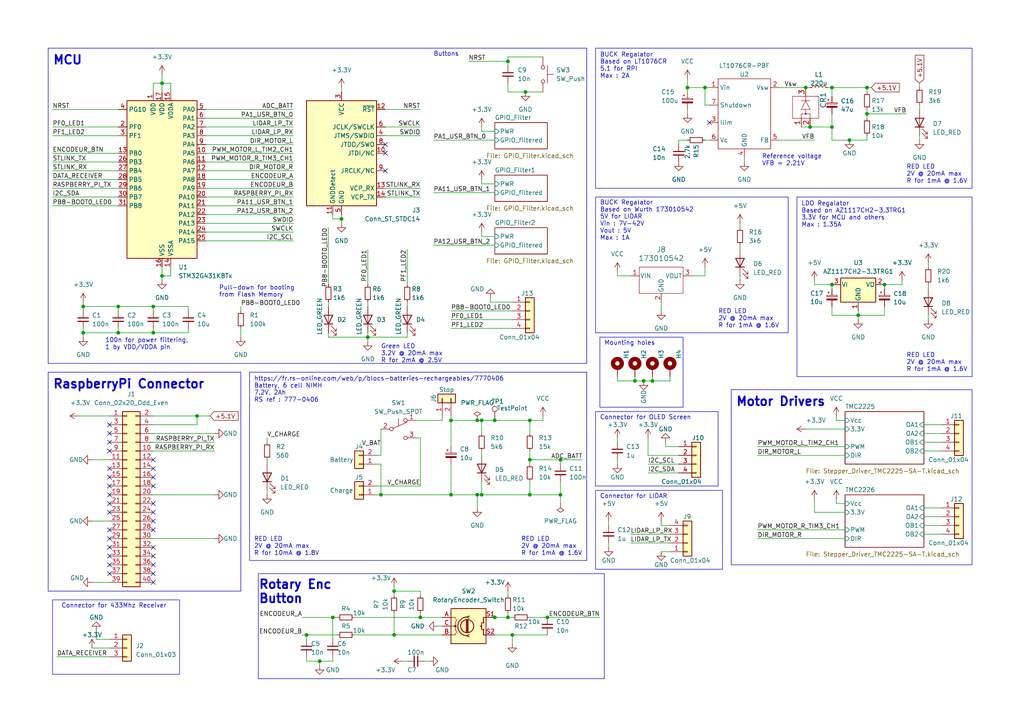
<source format=kicad_sch>
(kicad_sch (version 20230121) (generator eeschema)
  (paper "A4")
  (title_block (title "PAMI - CFR 2024") (date "2024-02-19") (rev "1"))
  (junction (at 199.39 25.4))
  (junction (at 138.43 121.92))
  (junction (at 139.7 143.51))
  (junction (at 99.06 63.5))
  (junction (at 189.23 110.49))
  (junction (at 130.81 143.51))
  (junction (at 158.75 179.07))
  (junction (at 162.56 133.35))
  (junction (at 96.52 179.07))
  (junction (at 92.71 191.77))
  (junction (at 246.38 40.64))
  (junction (at 234.95 36.83))
  (junction (at 143.51 179.07))
  (junction (at 251.46 25.4))
  (junction (at 241.3 25.4))
  (junction (at 153.67 121.92))
  (junction (at 152.4 26.67))
  (junction (at 57.15 120.65))
  (junction (at 241.3 36.83))
  (junction (at 186.69 110.49))
  (junction (at 114.3 184.15))
  (junction (at 241.3 82.55))
  (junction (at 139.7 121.92))
  (junction (at 34.29 96.52))
  (junction (at 24.13 96.52))
  (junction (at 204.47 25.4))
  (junction (at 121.92 179.07))
  (junction (at 147.32 17.78))
  (junction (at 46.99 80.01))
  (junction (at 130.81 121.92))
  (junction (at 110.49 143.51))
  (junction (at 256.54 82.55))
  (junction (at 44.45 88.9))
  (junction (at 248.92 91.44))
  (junction (at 153.67 143.51))
  (junction (at 233.68 25.4))
  (junction (at 44.45 96.52))
  (junction (at 114.3 171.45))
  (junction (at 153.67 133.35))
  (junction (at 184.15 110.49))
  (junction (at 143.51 121.92))
  (junction (at 148.59 184.15))
  (junction (at 162.56 143.51))
  (junction (at 147.32 179.07))
  (junction (at 46.99 24.13))
  (junction (at 88.9 184.15))
  (junction (at 251.46 33.02))
  (junction (at 138.43 143.51))
  (junction (at 106.68 97.79))
  (junction (at 34.29 88.9))
  (junction (at 24.13 88.9))
  (no_connect (at 31.75 156.21))
  (no_connect (at 31.75 166.37))
  (no_connect (at 44.45 148.59))
  (no_connect (at 31.75 125.73))
  (no_connect (at 44.45 168.91))
  (no_connect (at 31.75 123.19))
  (no_connect (at 31.75 153.67))
  (no_connect (at 44.45 133.35))
  (no_connect (at 31.75 140.97))
  (no_connect (at 44.45 135.89))
  (no_connect (at 205.74 35.56))
  (no_connect (at 111.76 44.45))
  (no_connect (at 44.45 161.29))
  (no_connect (at 31.75 146.05))
  (no_connect (at 44.45 138.43))
  (no_connect (at 31.75 148.59))
  (no_connect (at 44.45 158.75))
  (no_connect (at 31.75 163.83))
  (no_connect (at 31.75 161.29))
  (no_connect (at 31.75 130.81))
  (no_connect (at 44.45 151.13))
  (no_connect (at 31.75 158.75))
  (no_connect (at 44.45 163.83))
  (no_connect (at 31.75 135.89))
  (no_connect (at 44.45 146.05))
  (no_connect (at 31.75 138.43))
  (no_connect (at 44.45 166.37))
  (no_connect (at 111.76 49.53))
  (no_connect (at 111.76 41.91))
  (no_connect (at 31.75 143.51))
  (no_connect (at 31.75 128.27))
  (no_connect (at 44.45 153.67))
  (no_connect (at 44.45 140.97))
  (wire (pts (xy 176.53 157.48) (xy 176.53 158.75)))
  (wire (pts (xy 130.81 120.65) (xy 130.81 121.92)))
  (wire (pts (xy 15.24 59.69) (xy 34.29 59.69)))
  (wire (pts (xy 199.39 25.4) (xy 199.39 26.67)))
  (wire (pts (xy 242.57 120.65) (xy 242.57 121.92)))
  (wire (pts (xy 109.22 132.08) (xy 110.49 132.08)))
  (wire (pts (xy 147.32 179.07) (xy 148.59 179.07)))
  (wire (pts (xy 246.38 40.64) (xy 251.46 40.64)))
  (wire (pts (xy 182.88 154.94) (xy 194.31 154.94)))
  (wire (pts (xy 59.69 54.61) (xy 85.09 54.61)))
  (wire (pts (xy 24.13 96.52) (xy 34.29 96.52)))
  (wire (pts (xy 130.81 95.25) (xy 148.59 95.25)))
  (wire (pts (xy 130.81 121.92) (xy 138.43 121.92)))
  (wire (pts (xy 139.7 38.1) (xy 139.7 36.83)))
  (wire (pts (xy 194.31 110.49) (xy 189.23 110.49)))
  (wire (pts (xy 256.54 82.55) (xy 256.54 83.82)))
  (wire (pts (xy 59.69 46.99) (xy 85.09 46.99)))
  (wire (pts (xy 251.46 39.37) (xy 251.46 40.64)))
  (wire (pts (xy 191.77 160.02) (xy 194.31 160.02)))
  (wire (pts (xy 34.29 96.52) (xy 44.45 96.52)))
  (wire (pts (xy 46.99 80.01) (xy 46.99 81.28)))
  (wire (pts (xy 59.69 67.31) (xy 85.09 67.31)))
  (wire (pts (xy 153.67 139.7) (xy 153.67 143.51)))
  (wire (pts (xy 95.25 97.79) (xy 106.68 97.79)))
  (wire (pts (xy 69.85 95.25) (xy 69.85 97.79)))
  (wire (pts (xy 96.52 62.23) (xy 96.52 63.5)))
  (wire (pts (xy 77.47 143.51) (xy 77.47 142.24)))
  (wire (pts (xy 44.45 95.25) (xy 44.45 96.52)))
  (wire (pts (xy 251.46 33.02) (xy 251.46 34.29)))
  (wire (pts (xy 139.7 38.1) (xy 143.51 38.1)))
  (wire (pts (xy 34.29 88.9) (xy 44.45 88.9)))
  (wire (pts (xy 184.15 109.22) (xy 184.15 110.49)))
  (wire (pts (xy 204.47 77.47) (xy 204.47 80.01)))
  (wire (pts (xy 241.3 88.9) (xy 241.3 91.44)))
  (wire (pts (xy 118.11 72.39) (xy 118.11 82.55)))
  (wire (pts (xy 130.81 92.71) (xy 148.59 92.71)))
  (wire (pts (xy 179.07 110.49) (xy 184.15 110.49)))
  (wire (pts (xy 15.24 44.45) (xy 34.29 44.45)))
  (wire (pts (xy 199.39 31.75) (xy 199.39 33.02)))
  (wire (pts (xy 148.59 184.15) (xy 148.59 186.69)))
  (wire (pts (xy 114.3 184.15) (xy 128.27 184.15)))
  (wire (pts (xy 15.24 46.99) (xy 34.29 46.99)))
  (wire (pts (xy 139.7 143.51) (xy 139.7 139.7)))
  (wire (pts (xy 46.99 77.47) (xy 46.99 80.01)))
  (wire (pts (xy 242.57 146.05) (xy 245.11 146.05)))
  (wire (pts (xy 15.24 57.15) (xy 34.29 57.15)))
  (wire (pts (xy 114.3 177.8) (xy 114.3 184.15)))
  (wire (pts (xy 125.73 40.64) (xy 143.51 40.64)))
  (wire (pts (xy 215.9 45.72) (xy 215.9 46.99)))
  (wire (pts (xy 110.49 143.51) (xy 130.81 143.51)))
  (wire (pts (xy 121.92 177.8) (xy 121.92 179.07)))
  (wire (pts (xy 88.9 191.77) (xy 88.9 190.5)))
  (wire (pts (xy 96.52 179.07) (xy 96.52 185.42)))
  (wire (pts (xy 143.51 184.15) (xy 148.59 184.15)))
  (wire (pts (xy 162.56 139.7) (xy 162.56 143.51)))
  (wire (pts (xy 139.7 121.92) (xy 143.51 121.92)))
  (wire (pts (xy 44.45 143.51) (xy 62.23 143.51)))
  (wire (pts (xy 241.3 91.44) (xy 248.92 91.44)))
  (wire (pts (xy 59.69 57.15) (xy 85.09 57.15)))
  (wire (pts (xy 233.68 124.46) (xy 245.11 124.46)))
  (wire (pts (xy 99.06 63.5) (xy 99.06 64.77)))
  (wire (pts (xy 106.68 87.63) (xy 106.68 88.9)))
  (wire (pts (xy 96.52 63.5) (xy 99.06 63.5)))
  (wire (pts (xy 60.96 120.65) (xy 57.15 120.65)))
  (wire (pts (xy 130.81 143.51) (xy 138.43 143.51)))
  (wire (pts (xy 16.51 190.5) (xy 31.75 190.5)))
  (wire (pts (xy 88.9 184.15) (xy 97.79 184.15)))
  (wire (pts (xy 193.04 129.54) (xy 196.85 129.54)))
  (wire (pts (xy 139.7 130.81) (xy 139.7 132.08)))
  (wire (pts (xy 157.48 120.65) (xy 157.48 121.92)))
  (wire (pts (xy 267.97 128.27) (xy 273.05 128.27)))
  (wire (pts (xy 142.24 87.63) (xy 148.59 87.63)))
  (wire (pts (xy 121.92 140.97) (xy 109.22 140.97)))
  (wire (pts (xy 153.67 133.35) (xy 153.67 134.62)))
  (wire (pts (xy 139.7 53.34) (xy 139.7 52.07)))
  (wire (pts (xy 162.56 133.35) (xy 162.56 134.62)))
  (wire (pts (xy 232.41 36.83) (xy 234.95 36.83)))
  (wire (pts (xy 196.85 40.64) (xy 196.85 41.91)))
  (wire (pts (xy 111.76 57.15) (xy 121.92 57.15)))
  (wire (pts (xy 236.22 82.55) (xy 241.3 82.55)))
  (wire (pts (xy 92.71 191.77) (xy 96.52 191.77)))
  (wire (pts (xy 241.3 83.82) (xy 241.3 82.55)))
  (wire (pts (xy 138.43 143.51) (xy 139.7 143.51)))
  (wire (pts (xy 121.92 179.07) (xy 128.27 179.07)))
  (wire (pts (xy 135.89 17.78) (xy 147.32 17.78)))
  (wire (pts (xy 241.3 25.4) (xy 251.46 25.4)))
  (wire (pts (xy 49.53 26.67) (xy 49.53 24.13)))
  (wire (pts (xy 204.47 30.48) (xy 205.74 30.48)))
  (wire (pts (xy 57.15 120.65) (xy 57.15 123.19)))
  (wire (pts (xy 130.81 134.62) (xy 130.81 143.51)))
  (wire (pts (xy 22.86 120.65) (xy 31.75 120.65)))
  (wire (pts (xy 234.95 36.83) (xy 241.3 36.83)))
  (wire (pts (xy 59.69 64.77) (xy 85.09 64.77)))
  (wire (pts (xy 111.76 31.75) (xy 121.92 31.75)))
  (wire (pts (xy 95.25 87.63) (xy 95.25 88.9)))
  (wire (pts (xy 26.67 133.35) (xy 31.75 133.35)))
  (wire (pts (xy 106.68 96.52) (xy 106.68 97.79)))
  (wire (pts (xy 15.24 39.37) (xy 34.29 39.37)))
  (wire (pts (xy 199.39 25.4) (xy 204.47 25.4)))
  (wire (pts (xy 251.46 31.75) (xy 251.46 33.02)))
  (wire (pts (xy 267.97 147.32) (xy 273.05 147.32)))
  (wire (pts (xy 246.38 40.64) (xy 241.3 40.64)))
  (wire (pts (xy 187.96 132.08) (xy 196.85 132.08)))
  (wire (pts (xy 46.99 21.59) (xy 46.99 24.13)))
  (wire (pts (xy 114.3 170.18) (xy 114.3 171.45)))
  (wire (pts (xy 261.62 82.55) (xy 261.62 81.28)))
  (wire (pts (xy 59.69 34.29) (xy 85.09 34.29)))
  (wire (pts (xy 15.24 52.07) (xy 34.29 52.07)))
  (wire (pts (xy 106.68 97.79) (xy 118.11 97.79)))
  (wire (pts (xy 187.96 127) (xy 187.96 132.08)))
  (wire (pts (xy 44.45 88.9) (xy 54.61 88.9)))
  (wire (pts (xy 111.76 39.37) (xy 121.92 39.37)))
  (wire (pts (xy 92.71 191.77) (xy 92.71 193.04)))
  (wire (pts (xy 214.63 81.28) (xy 214.63 80.01)))
  (wire (pts (xy 106.68 97.79) (xy 106.68 99.06)))
  (wire (pts (xy 267.97 152.4) (xy 273.05 152.4)))
  (wire (pts (xy 26.67 168.91) (xy 31.75 168.91)))
  (wire (pts (xy 187.96 137.16) (xy 196.85 137.16)))
  (wire (pts (xy 59.69 41.91) (xy 85.09 41.91)))
  (wire (pts (xy 87.63 184.15) (xy 88.9 184.15)))
  (wire (pts (xy 54.61 90.17) (xy 54.61 88.9)))
  (wire (pts (xy 44.45 125.73) (xy 62.23 125.73)))
  (wire (pts (xy 127 181.61) (xy 128.27 181.61)))
  (wire (pts (xy 179.07 78.74) (xy 179.07 80.01)))
  (wire (pts (xy 96.52 179.07) (xy 97.79 179.07)))
  (wire (pts (xy 110.49 124.46) (xy 110.49 132.08)))
  (wire (pts (xy 111.76 36.83) (xy 121.92 36.83)))
  (wire (pts (xy 69.85 90.17) (xy 69.85 88.9)))
  (wire (pts (xy 236.22 81.28) (xy 236.22 82.55)))
  (wire (pts (xy 62.23 128.27) (xy 44.45 128.27)))
  (wire (pts (xy 120.65 121.92) (xy 128.27 121.92)))
  (wire (pts (xy 184.15 110.49) (xy 186.69 110.49)))
  (wire (pts (xy 153.67 121.92) (xy 157.48 121.92)))
  (wire (pts (xy 110.49 143.51) (xy 110.49 134.62)))
  (wire (pts (xy 267.97 130.81) (xy 273.05 130.81)))
  (wire (pts (xy 44.45 96.52) (xy 54.61 96.52)))
  (wire (pts (xy 128.27 120.65) (xy 128.27 121.92)))
  (wire (pts (xy 266.7 24.13) (xy 266.7 25.4)))
  (wire (pts (xy 147.32 171.45) (xy 147.32 172.72)))
  (wire (pts (xy 59.69 59.69) (xy 85.09 59.69)))
  (wire (pts (xy 139.7 143.51) (xy 153.67 143.51)))
  (wire (pts (xy 219.71 156.21) (xy 245.11 156.21)))
  (wire (pts (xy 152.4 26.67) (xy 157.48 26.67)))
  (wire (pts (xy 193.04 128.27) (xy 193.04 129.54)))
  (wire (pts (xy 34.29 95.25) (xy 34.29 96.52)))
  (wire (pts (xy 226.06 25.4) (xy 233.68 25.4)))
  (wire (pts (xy 204.47 80.01) (xy 200.66 80.01)))
  (wire (pts (xy 248.92 92.71) (xy 248.92 91.44)))
  (wire (pts (xy 186.69 110.49) (xy 189.23 110.49)))
  (wire (pts (xy 121.92 172.72) (xy 121.92 171.45)))
  (wire (pts (xy 162.56 143.51) (xy 153.67 143.51)))
  (wire (pts (xy 46.99 24.13) (xy 49.53 24.13)))
  (wire (pts (xy 199.39 40.64) (xy 196.85 40.64)))
  (wire (pts (xy 24.13 97.79) (xy 24.13 96.52)))
  (wire (pts (xy 44.45 156.21) (xy 62.23 156.21)))
  (wire (pts (xy 251.46 25.4) (xy 251.46 26.67)))
  (wire (pts (xy 121.92 127) (xy 120.65 127)))
  (wire (pts (xy 77.47 133.35) (xy 77.47 134.62)))
  (wire (pts (xy 24.13 87.63) (xy 24.13 88.9)))
  (wire (pts (xy 240.03 25.4) (xy 241.3 25.4)))
  (wire (pts (xy 57.15 123.19) (xy 44.45 123.19)))
  (wire (pts (xy 88.9 191.77) (xy 92.71 191.77)))
  (wire (pts (xy 204.47 25.4) (xy 204.47 30.48)))
  (wire (pts (xy 191.77 87.63) (xy 191.77 90.17)))
  (wire (pts (xy 44.45 24.13) (xy 46.99 24.13)))
  (wire (pts (xy 96.52 191.77) (xy 96.52 190.5)))
  (wire (pts (xy 267.97 154.94) (xy 273.05 154.94)))
  (wire (pts (xy 46.99 80.01) (xy 49.53 80.01)))
  (wire (pts (xy 139.7 53.34) (xy 143.51 53.34)))
  (wire (pts (xy 54.61 95.25) (xy 54.61 96.52)))
  (wire (pts (xy 226.06 40.64) (xy 236.22 40.64)))
  (wire (pts (xy 125.73 55.88) (xy 143.51 55.88)))
  (wire (pts (xy 219.71 129.54) (xy 245.11 129.54)))
  (wire (pts (xy 147.32 179.07) (xy 147.32 177.8)))
  (wire (pts (xy 125.73 71.12) (xy 143.51 71.12)))
  (wire (pts (xy 142.24 86.36) (xy 142.24 87.63)))
  (wire (pts (xy 267.97 125.73) (xy 273.05 125.73)))
  (wire (pts (xy 162.56 143.51) (xy 162.56 146.05)))
  (wire (pts (xy 204.47 25.4) (xy 205.74 25.4)))
  (wire (pts (xy 99.06 62.23) (xy 99.06 63.5)))
  (wire (pts (xy 111.76 54.61) (xy 121.92 54.61)))
  (wire (pts (xy 256.54 82.55) (xy 261.62 82.55)))
  (wire (pts (xy 219.71 132.08) (xy 245.11 132.08)))
  (wire (pts (xy 138.43 143.51) (xy 138.43 147.32)))
  (wire (pts (xy 34.29 88.9) (xy 34.29 90.17)))
  (wire (pts (xy 147.32 26.67) (xy 152.4 26.67)))
  (wire (pts (xy 59.69 69.85) (xy 85.09 69.85)))
  (wire (pts (xy 26.67 187.96) (xy 31.75 187.96)))
  (wire (pts (xy 241.3 25.4) (xy 241.3 27.94)))
  (wire (pts (xy 59.69 62.23) (xy 85.09 62.23)))
  (wire (pts (xy 27.94 185.42) (xy 31.75 185.42)))
  (wire (pts (xy 130.81 129.54) (xy 130.81 121.92)))
  (wire (pts (xy 241.3 36.83) (xy 241.3 40.64)))
  (wire (pts (xy 106.68 72.39) (xy 106.68 82.55)))
  (wire (pts (xy 147.32 17.78) (xy 147.32 19.05)))
  (wire (pts (xy 267.97 149.86) (xy 273.05 149.86)))
  (wire (pts (xy 95.25 96.52) (xy 95.25 97.79)))
  (wire (pts (xy 266.7 30.48) (xy 266.7 31.75)))
  (wire (pts (xy 118.11 87.63) (xy 118.11 88.9)))
  (wire (pts (xy 59.69 49.53) (xy 85.09 49.53)))
  (wire (pts (xy 26.67 151.13) (xy 31.75 151.13)))
  (wire (pts (xy 199.39 22.86) (xy 199.39 25.4)))
  (wire (pts (xy 59.69 52.07) (xy 85.09 52.07)))
  (wire (pts (xy 24.13 96.52) (xy 24.13 95.25)))
  (wire (pts (xy 236.22 148.59) (xy 245.11 148.59)))
  (wire (pts (xy 59.69 44.45) (xy 85.09 44.45)))
  (wire (pts (xy 109.22 134.62) (xy 110.49 134.62)))
  (wire (pts (xy 59.69 31.75) (xy 85.09 31.75)))
  (wire (pts (xy 147.32 16.51) (xy 157.48 16.51)))
  (wire (pts (xy 148.59 184.15) (xy 158.75 184.15)))
  (wire (pts (xy 24.13 88.9) (xy 24.13 90.17)))
  (wire (pts (xy 269.24 76.2) (xy 269.24 77.47)))
  (wire (pts (xy 138.43 121.92) (xy 139.7 121.92)))
  (wire (pts (xy 248.92 91.44) (xy 256.54 91.44)))
  (wire (pts (xy 153.67 179.07) (xy 158.75 179.07)))
  (wire (pts (xy 49.53 77.47) (xy 49.53 80.01)))
  (wire (pts (xy 219.71 153.67) (xy 245.11 153.67)))
  (wire (pts (xy 236.22 144.78) (xy 236.22 148.59)))
  (wire (pts (xy 176.53 151.13) (xy 176.53 152.4)))
  (wire (pts (xy 46.99 24.13) (xy 46.99 26.67)))
  (wire (pts (xy 269.24 92.71) (xy 269.24 91.44)))
  (wire (pts (xy 187.96 134.62) (xy 196.85 134.62)))
  (wire (pts (xy 139.7 68.58) (xy 139.7 67.31)))
  (wire (pts (xy 15.24 49.53) (xy 34.29 49.53)))
  (wire (pts (xy 44.45 90.17) (xy 44.45 88.9)))
  (wire (pts (xy 269.24 82.55) (xy 269.24 83.82)))
  (wire (pts (xy 143.51 179.07) (xy 147.32 179.07)))
  (wire (pts (xy 130.81 90.17) (xy 148.59 90.17)))
  (wire (pts (xy 179.07 133.35) (xy 179.07 134.62)))
  (wire (pts (xy 233.68 25.4) (xy 234.95 25.4)))
  (wire (pts (xy 118.11 96.52) (xy 118.11 97.79)))
  (wire (pts (xy 59.69 36.83) (xy 85.09 36.83)))
  (wire (pts (xy 248.92 90.17) (xy 248.92 91.44)))
  (wire (pts (xy 59.69 39.37) (xy 85.09 39.37)))
  (wire (pts (xy 242.57 121.92) (xy 245.11 121.92)))
  (wire (pts (xy 34.29 36.83) (xy 15.24 36.83)))
  (wire (pts (xy 88.9 184.15) (xy 88.9 185.42)))
  (wire (pts (xy 266.7 40.64) (xy 266.7 39.37)))
  (wire (pts (xy 191.77 151.13) (xy 191.77 152.4)))
  (wire (pts (xy 27.94 182.88) (xy 27.94 185.42)))
  (wire (pts (xy 114.3 171.45) (xy 121.92 171.45)))
  (wire (pts (xy 102.87 184.15) (xy 114.3 184.15)))
  (wire (pts (xy 182.88 157.48) (xy 194.31 157.48)))
  (wire (pts (xy 142.24 179.07) (xy 143.51 179.07)))
  (wire (pts (xy 99.06 25.4) (xy 99.06 26.67)))
  (wire (pts (xy 147.32 17.78) (xy 147.32 16.51)))
  (wire (pts (xy 109.22 143.51) (xy 110.49 143.51)))
  (wire (pts (xy 179.07 109.22) (xy 179.07 110.49)))
  (wire (pts (xy 87.63 179.07) (xy 96.52 179.07)))
  (wire (pts (xy 189.23 109.22) (xy 189.23 110.49)))
  (wire (pts (xy 162.56 133.35) (xy 168.91 133.35)))
  (wire (pts (xy 77.47 127) (xy 77.47 128.27)))
  (wire (pts (xy 204.47 40.64) (xy 205.74 40.64)))
  (wire (pts (xy 139.7 68.58) (xy 143.51 68.58)))
  (wire (pts (xy 153.67 130.81) (xy 153.67 133.35)))
  (wire (pts (xy 15.24 31.75) (xy 34.29 31.75)))
  (wire (pts (xy 139.7 121.92) (xy 139.7 125.73)))
  (wire (pts (xy 143.51 121.92) (xy 153.67 121.92)))
  (wire (pts (xy 124.46 191.77) (xy 123.19 191.77)))
  (wire (pts (xy 24.13 88.9) (xy 34.29 88.9)))
  (wire (pts (xy 251.46 33.02) (xy 262.89 33.02)))
  (wire (pts (xy 62.23 130.81) (xy 44.45 130.81)))
  (wire (pts (xy 267.97 123.19) (xy 273.05 123.19)))
  (wire (pts (xy 116.84 191.77) (xy 118.11 191.77)))
  (wire (pts (xy 214.63 71.12) (xy 214.63 72.39)))
  (wire (pts (xy 95.25 66.04) (xy 95.25 82.55)))
  (wire (pts (xy 153.67 133.35) (xy 162.56 133.35)))
  (wire (pts (xy 191.77 152.4) (xy 194.31 152.4)))
  (wire (pts (xy 179.07 127) (xy 179.07 128.27)))
  (wire (pts (xy 194.31 110.49) (xy 194.31 109.22)))
  (wire (pts (xy 57.15 120.65) (xy 44.45 120.65)))
  (wire (pts (xy 147.32 24.13) (xy 147.32 26.67)))
  (wire (pts (xy 179.07 80.01) (xy 182.88 80.01)))
  (wire (pts (xy 114.3 171.45) (xy 114.3 172.72)))
  (wire (pts (xy 256.54 88.9) (xy 256.54 91.44)))
  (wire (pts (xy 121.92 127) (xy 121.92 140.97)))
  (wire (pts (xy 158.75 179.07) (xy 173.99 179.07)))
  (wire (pts (xy 242.57 144.78) (xy 242.57 146.05)))
  (wire (pts (xy 44.45 26.67) (xy 44.45 24.13)))
  (wire (pts (xy 15.24 54.61) (xy 34.29 54.61)))
  (wire (pts (xy 251.46 25.4) (xy 252.73 25.4)))
  (wire (pts (xy 214.63 64.77) (xy 214.63 66.04)))
  (wire (pts (xy 241.3 33.02) (xy 241.3 36.83)))
  (wire (pts (xy 102.87 179.07) (xy 121.92 179.07)))
  (wire (pts (xy 153.67 121.92) (xy 153.67 125.73)))
  (rectangle (start 13.97 13.97) (end 170.18 105.41))
  (rectangle (start 212.09 113.03) (end 281.94 163.83))
  (rectangle (start 172.72 142.24) (end 209.55 165.1))
  (rectangle (start 15.24 173.99) (end 52.07 195.58))
  (rectangle (start 173.99 97.79) (end 198.12 118.11))
  (rectangle (start 74.93 166.37) (end 175.26 196.85))
  (rectangle (start 172.72 119.38) (end 208.28 140.97))
  (rectangle (start 13.97 107.95) (end 69.85 171.45))
  (rectangle (start 172.72 57.15) (end 228.6 96.52))
  (rectangle (start 231.14 57.15) (end 281.94 109.22))
  (rectangle (start 72.39 107.95) (end 170.18 162.56))
  (rectangle (start 172.72 13.97) (end 281.94 54.61))
  (text "Rotary Enc\nButton" (at 74.93 175.26 0) (effects (font (size 2.54 2.54) (thickness 0.508) bold) (justify left bottom)))
  (text "BUCK Regalator\nBased on Wurth 173010542\n5V for LIDAR\nVin : 7V-42V\nVout : 5V\nMax : 1A" (at 173.99 69.85 0) (effects (font (size 1.27 1.27)) (justify left bottom)))
  (text "RED LED\n2V @ 20mA max\nR for 1mA @ 1.6V" (at 262.89 107.95 0) (effects (font (size 1.27 1.27)) (justify left bottom)))
  (text "MCU" (at 15.24 19.05 0) (effects (font (size 2.54 2.54) (thickness 0.508) bold) (justify left bottom)))
  (text "Motor Drivers" (at 213.36 118.11 0) (effects (font (size 2.54 2.54) (thickness 0.508) bold) (justify left bottom)))
  (text "Mounting holes" (at 175.26 100.33 0) (effects (font (size 1.27 1.27)) (justify left bottom)))
  (text "LDO Regalator\nBased on AZ1117CH2-3.3TRG1\n3.3V for MCU and others\nMax : 1.35A" (at 232.41 66.04 0) (effects (font (size 1.27 1.27)) (justify left bottom)))
  (text "RaspberryPi Connector" (at 15.24 113.03 0) (effects (font (size 2.54 2.54) (thickness 0.508) bold) (justify left bottom)))
  (text "100n for power filtering,\n1 by VDD/VDDA pin" (at 30.48 101.6 0) (effects (font (size 1.27 1.27)) (justify left bottom)))
  (text "Reference voltage\nVFB = 2.21V" (at 220.98 48.26 0) (effects (font (size 1.27 1.27)) (justify left bottom)))
  (text "Green LED\n3.2V @ 20mA max\nR for 2mA @ 2.5V" (at 110.49 105.41 0) (effects (font (size 1.27 1.27)) (justify left bottom)))
  (text "Connector for 433Mhz Receiver\n" (at 17.78 176.53 0) (effects (font (size 1.27 1.27)) (justify left bottom)))
  (text "Buttons" (at 125.73 16.51 0) (effects (font (size 1.27 1.27)) (justify left bottom)))
  (text "RED LED\n2V @ 20mA max\nR for 1mA @ 1.6V" (at 208.28 95.25 0) (effects (font (size 1.27 1.27)) (justify left bottom)))
  (text "BUCK Regalator\nBased on LT1076CR\n5.1 for RPI\nMax : 2A" (at 173.99 22.86 0) (effects (font (size 1.27 1.27)) (justify left bottom)))
  (text "RED LED\n2V @ 20mA max\nR for 10mA @ 1.8V" (at 73.66 161.29 0) (effects (font (size 1.27 1.27)) (justify left bottom)))
  (text "Connector for LIDAR" (at 173.99 144.78 0) (effects (font (size 1.27 1.27)) (justify left bottom)))
  (text "Connector for OLED Screen" (at 173.99 121.92 0) (effects (font (size 1.27 1.27)) (justify left bottom)))
  (text "RED LED\n2V @ 20mA max\nR for 1mA @ 1.6V" (at 262.89 53.34 0) (effects (font (size 1.27 1.27)) (justify left bottom)))
  (text "RED LED\n2V @ 20mA max\nR for 1mA @ 1.6V" (at 151.13 161.29 0) (effects (font (size 1.27 1.27)) (justify left bottom)))
  (text "Pull-down for booting \nfrom Flash Memory" (at 63.5 86.36 0) (effects (font (size 1.27 1.27)) (justify left bottom)))
  (text "https://fr.rs-online.com/web/p/blocs-batteries-rechargeables/7770406\nBattery, 6 cell NIMH\n7.2V, 2Ah\nRS ref : 777-0406\n" (at 73.66 116.84 0) (effects (font (size 1.27 1.27)) (justify left bottom)))
  (label "DIR_MOTOR_L" (at 85.09 41.91 180))
  (label "ADC_BATT" (at 168.91 133.35 180))
  (label "STLINK_TX" (at 15.24 46.99 0))
  (label "V_BAT" (at 110.49 129.54 180))
  (label "PF1_LED2" (at 118.11 72.39 270))
  (label "VFB" (at 262.89 33.02 180))
  (label "ADC_BATT" (at 85.09 31.75 180))
  (label "ENCODEUR_A" (at 87.63 179.07 180))
  (label "NRST" (at 121.92 31.75 180))
  (label "PWM_MOTOR_R_TIM3_CH1" (at 219.71 153.67 0))
  (label "Vsw" (at 231.14 25.4 180))
  (label "LIDAR_LP_RX" (at 182.88 154.94 0))
  (label "PA12_USR_BTN_2" (at 85.09 62.23 180))
  (label "V_CHARGE" (at 77.47 127 0))
  (label "RASPBERRY_PI_TX" (at 62.23 128.27 180))
  (label "ENCODEUR_B" (at 85.09 54.61 180))
  (label "RASPBERRY_PI_TX" (at 15.24 54.61 0))
  (label "SWCLK" (at 121.92 36.83 180))
  (label "I2C_SDA" (at 15.24 57.15 0))
  (label "PWM_MOTOR_L_TIM2_CH1" (at 85.09 44.45 180))
  (label "I2C_SDA" (at 187.96 137.16 0))
  (label "LIDAR_LP_TX" (at 85.09 36.83 180))
  (label "PA11_USR_BTN_1" (at 85.09 59.69 180))
  (label "NRST" (at 15.24 31.75 0))
  (label "PA12_USR_BTN_2" (at 125.73 71.12 0))
  (label "STLINK_RX" (at 121.92 54.61 180))
  (label "RASPBERRY_PI_RX" (at 62.23 130.81 180))
  (label "VFB" (at 236.22 40.64 180))
  (label "PWM_MOTOR_L_TIM2_CH1" (at 219.71 129.54 0))
  (label "PB8-BOOT0_LED0" (at 69.85 88.9 0))
  (label "PA1_USR_BTN_0" (at 85.09 34.29 180))
  (label "DATA_RECEIVER" (at 16.51 190.5 0))
  (label "I2C_SCL" (at 187.96 134.62 0))
  (label "PF0_LED1" (at 130.81 92.71 0))
  (label "PA1_USR_BTN_0" (at 125.73 40.64 0))
  (label "I2C_SCL" (at 85.09 69.85 180))
  (label "PF0_LED1" (at 106.68 72.39 270))
  (label "SWDIO" (at 85.09 64.77 180))
  (label "ENCODEUR_BTN" (at 173.99 179.07 180))
  (label "ENCODEUR_BTN" (at 15.24 44.45 0))
  (label "PF0_LED1" (at 15.24 36.83 0))
  (label "PB8-BOOT0_LED0" (at 15.24 59.69 0))
  (label "DIR_MOTOR_L" (at 219.71 132.08 0))
  (label "NRST" (at 135.89 17.78 0))
  (label "V_CHARGE" (at 121.92 140.97 180))
  (label "DIR_MOTOR_R" (at 85.09 49.53 180))
  (label "SWCLK" (at 85.09 67.31 180))
  (label "DATA_RECEIVER" (at 15.24 52.07 0))
  (label "ENCODEUR_B" (at 87.63 184.15 180))
  (label "LIDAR_LP_RX" (at 85.09 39.37 180))
  (label "PB8-BOOT0_LED0" (at 95.25 66.04 270))
  (label "STLINK_RX" (at 15.24 49.53 0))
  (label "ENCODEUR_A" (at 85.09 52.07 180))
  (label "PF1_LED2" (at 15.24 39.37 0))
  (label "PB8-BOOT0_LED0" (at 130.81 90.17 0))
  (label "PWM_MOTOR_R_TIM3_CH1" (at 85.09 46.99 180))
  (label "PA11_USR_BTN_1" (at 125.73 55.88 0))
  (label "SWDIO" (at 121.92 39.37 180))
  (label "DIR_MOTOR_R" (at 219.71 156.21 0))
  (label "LIDAR_LP_TX" (at 182.88 157.48 0))
  (label "RASPBERRY_PI_RX" (at 85.09 57.15 180))
  (label "STLINK_TX" (at 121.92 57.15 180))
  (label "PF1_LED2" (at 130.81 95.25 0))
  (global_label "+5.1V" (shape input) (at 60.96 120.65 0) (property "Intersheetrefs" "${INTERSHEET_REFS}" (effects hide)))
  (global_label "+5.1V" (shape input) (at 266.7 24.13 90) (property "Intersheetrefs" "${INTERSHEET_REFS}" (effects hide)))
  (global_label "+5.1V" (shape input) (at 252.73 25.4 0) (property "Intersheetrefs" "${INTERSHEET_REFS}" (effects hide)))
  (symbol (lib_id "Device:R_Small") (at 114.3 175.26 180) (unit 1)
    (property "Reference" "R7" (at 109.22 175.26 90))
    (property "Value" "10k" (at 111.76 175.26 90))
    (property "Footprint" "Resistor_SMD:R_0402_1005Metric_Pad0.72x0.64mm_HandSolder" (effects hide))
  )
  (symbol (lib_id "power:GND") (at 248.92 92.71 0) (unit 1)
    (property "Reference" "#PWR057" (effects hide))
    (property "Value" "GND" (at 248.92 97.79 0))
  )
  (symbol (lib_id "173010542_5V_Buck:173010542") (at 191.77 81.28 0) (unit 1)
    (property "Reference" "J8" (at 191.77 72.39 0) (effects (font (size 1.524 1.524))))
    (property "Value" "173010542" (at 191.77 74.93 0) (effects (font (size 1.524 1.524))))
    (property "Footprint" "Buck_5V_173010542:173010542" (effects hide))
    (property "Datasheet" "https://www.we-online.com/components/products/datasheet/173010542.pdf" (effects hide))
    (property "MPN" "173010542" (effects hide))
  )
  (symbol (lib_id "Device:R_Small") (at 153.67 137.16 0) (unit 1)
    (property "Reference" "R14" (at 156.21 135.89 0) (effects (justify left)))
    (property "Value" "10k" (at 156.21 138.43 0) (effects (justify left)))
    (property "Footprint" "Resistor_SMD:R_0402_1005Metric_Pad0.72x0.64mm_HandSolder" (effects hide))
  )
  (symbol (lib_id "power:VCC") (at 157.48 120.65 0) (unit 1)
    (property "Reference" "#PWR032" (effects hide))
    (property "Value" "VCC" (at 157.48 115.57 0))
  )
  (symbol (lib_id "power:GND") (at 69.85 97.79 0) (unit 1)
    (property "Reference" "#PWR014" (effects hide))
    (property "Value" "GND" (at 69.85 102.87 0))
  )
  (symbol (lib_id "power:GND") (at 176.53 158.75 0) (unit 1)
    (property "Reference" "#PWR034" (effects hide))
    (property "Value" "GND" (at 176.53 162.56 0))
  )
  (symbol (lib_name "LT1076_1") (lib_id "custom:LT1076") (at 215.9 31.75 0) (unit 1)
    (property "Reference" "U2" (at 215.9 21.59 0))
    (property "Value" "LT1076CR-PBF" (at 215.9 19.05 0))
    (property "Footprint" "LT107CR-PBF:DPAK127P1394X457-8N" (effects hide))
    (property "Datasheet" "https://www.mouser.fr/datasheet/2/609/1074fds-3123169.pdf" (effects hide))
  )
  (symbol (lib_id "Device:R_Small") (at 106.68 85.09 0) (unit 1)
    (property "Reference" "R6" (at 107.95 83.82 0) (effects (justify left)))
    (property "Value" "1k6" (at 107.95 86.36 0) (effects (justify left)))
    (property "Footprint" "Resistor_SMD:R_0402_1005Metric_Pad0.72x0.64mm_HandSolder" (effects hide))
  )
  (symbol (lib_id "Device:R_Small") (at 251.46 29.21 0) (unit 1)
    (property "Reference" "R17" (at 252.73 29.21 0) (effects (justify left)))
    (property "Value" "13k" (at 252.73 31.75 0) (effects (justify left)))
    (property "Footprint" "Resistor_SMD:R_0402_1005Metric_Pad0.72x0.64mm_HandSolder" (effects hide))
  )
  (symbol (lib_id "Device:C_Small") (at 158.75 181.61 0) (unit 1)
    (property "Reference" "C10" (at 161.29 180.3463 0) (effects (justify left)))
    (property "Value" "10n" (at 161.29 182.8863 0) (effects (justify left)))
    (property "Footprint" "Capacitor_SMD:C_0402_1005Metric_Pad0.74x0.62mm_HandSolder" (effects hide))
  )
  (symbol (lib_id "power:GND") (at 77.47 143.51 0) (unit 1)
    (property "Reference" "#PWR015" (effects hide))
    (property "Value" "GND" (at 77.47 148.59 0))
  )
  (symbol (lib_id "power:+3.3V") (at 139.7 36.83 0) (unit 1)
    (property "Reference" "#PWR025" (effects hide))
    (property "Value" "+3.3V" (at 139.7 31.75 0))
  )
  (symbol (lib_name "DST10100S_1") (lib_id "2023-03-19_11-33-54:DST10100S") (at 232.41 43.18 90) (unit 1)
    (property "Reference" "CR1" (at 238.76 26.67 0) (effects (font (size 1.524 1.524)) (justify right)))
    (property "Value" "DST10100S" (effects hide))
    (property "Footprint" "DST10100S:DIO_MBR1045STR" (effects hide))
  )
  (symbol (lib_id "Device:LED") (at 266.7 35.56 90) (unit 1)
    (property "Reference" "D7" (at 270.51 35.8775 90) (effects (justify right)))
    (property "Value" "LED_RED" (at 270.51 38.4175 90) (effects (justify right)))
    (property "Footprint" "LED_SMD:LED_0603_1608Metric_Pad1.05x0.95mm_HandSolder" (effects hide))
    (property "MPN" "150060RS55040" (effects hide))
  )
  (symbol (lib_id "Device:C_Polarized_Small") (at 256.54 86.36 0) (unit 1)
    (property "Reference" "C18" (at 259.08 85.1789 0) (effects (justify left)))
    (property "Value" "10u" (at 259.08 87.63 0) (effects (justify left)))
    (property "Footprint" "Capacitor_SMD:CP_Elec_6.3x5.4" (effects hide))
    (property "MFR" "865060543005" (effects hide))
  )
  (symbol (lib_id "Device:L_Small") (at 237.49 25.4 90) (unit 1)
    (property "Reference" "L1" (at 237.49 21.59 90))
    (property "Value" "220u" (at 237.49 24.13 90))
    (property "Footprint" "Inductor_SMD:L_0201_0603Metric" (effects hide))
    (property "MFR" "74404086221" (effects hide))
  )
  (symbol (lib_id "Device:R_Small") (at 153.67 128.27 0) (unit 1)
    (property "Reference" "R13" (at 156.21 127 0) (effects (justify left)))
    (property "Value" "15k" (at 156.21 129.54 0) (effects (justify left)))
    (property "Footprint" "Resistor_SMD:R_0402_1005Metric_Pad0.72x0.64mm_HandSolder" (effects hide))
  )
  (symbol (lib_id "Switch:SW_Push_SPDT") (at 115.57 124.46 0) (unit 1)
    (property "Reference" "SW1" (at 115.57 116.84 0))
    (property "Value" "SW_Push_SPDT" (at 115.57 119.38 0))
    (property "Footprint" "MINI_SPDT_SW:SW_MINI-SPDT-SW" (effects hide))
  )
  (symbol (lib_id "power:+5V") (at 214.63 64.77 0) (unit 1)
    (property "Reference" "#PWR048" (effects hide))
    (property "Value" "+5V" (at 214.63 59.69 0))
  )
  (symbol (lib_id "Device:C_Small") (at 179.07 130.81 0) (unit 1)
    (property "Reference" "C13" (at 181.61 129.5463 0) (effects (justify left)))
    (property "Value" "1u" (at 181.61 132.0863 0) (effects (justify left)))
    (property "Footprint" "Capacitor_SMD:C_0402_1005Metric_Pad0.74x0.62mm_HandSolder" (effects hide))
  )
  (symbol (lib_id "Device:R_Small") (at 100.33 179.07 90) (unit 1)
    (property "Reference" "R4" (at 100.33 176.53 90))
    (property "Value" "10k" (at 104.14 177.8 90))
    (property "Footprint" "Resistor_SMD:R_0402_1005Metric_Pad0.72x0.64mm_HandSolder" (effects hide))
  )
  (symbol (lib_id "Device:C_Polarized_Small") (at 199.39 29.21 0) (unit 1)
    (property "Reference" "C15" (at 191.77 26.67 0) (effects (justify left)))
    (property "Value" "100u" (at 191.77 29.21 0) (effects (justify left)))
    (property "Footprint" "Capacitor_SMD:CP_Elec_6.3x7.7" (effects hide))
    (property "MFR" "865060445005" (effects hide))
    (property "Vmax" "25V" (effects hide))
  )
  (symbol (lib_id "Device:R_Small") (at 69.85 92.71 0) (unit 1)
    (property "Reference" "R1" (at 72.39 91.44 0) (effects (justify left)))
    (property "Value" "100k" (at 72.39 93.98 0) (effects (justify left)))
    (property "Footprint" "Resistor_SMD:R_0402_1005Metric_Pad0.72x0.64mm_HandSolder" (effects hide))
  )
  (symbol (lib_id "power:GND") (at 106.68 99.06 0) (unit 1)
    (property "Reference" "#PWR019" (effects hide))
    (property "Value" "GND" (at 106.68 104.14 0))
  )
  (symbol (lib_id "Device:R_Small") (at 139.7 128.27 0) (unit 1)
    (property "Reference" "R10" (at 142.24 127 0) (effects (justify left)))
    (property "Value" "5k6" (at 142.24 129.54 0) (effects (justify left)))
    (property "Footprint" "Resistor_SMD:R_0402_1005Metric_Pad0.72x0.64mm_HandSolder" (effects hide))
  )
  (symbol (lib_id "Connector_Generic:Conn_01x04") (at 278.13 149.86 0) (unit 1)
    (property "Reference" "J12" (at 275.59 144.78 0) (effects (justify left)))
    (property "Value" "Conn_01x04" (at 269.24 157.48 0) (effects (justify left)))
    (property "Footprint" "Connector_JST:JST_XH_B4B-XH-A_1x04_P2.50mm_Vertical" (effects hide))
  )
  (symbol (lib_id "Connector_Generic:Conn_01x02") (at 128.27 115.57 90) (unit 1)
    (property "Reference" "J6" (at 125.73 115.57 0))
    (property "Value" "Stop" (at 129.54 113.03 90))
    (property "Footprint" "Battery_connector:691322110006" (effects hide))
    (property "Datasheet" "https://www.we-online.com/components/products/datasheet/691322110002.pdf" (effects hide))
    (property "MPN" "691322110002" (effects hide))
  )
  (symbol (lib_id "Device:R_Small") (at 214.63 68.58 0) (unit 1)
    (property "Reference" "R16" (at 217.17 67.31 0) (effects (justify left)))
    (property "Value" "3k6" (at 217.17 69.85 0) (effects (justify left)))
    (property "Footprint" "Resistor_SMD:R_0402_1005Metric_Pad0.72x0.64mm_HandSolder" (effects hide))
  )
  (symbol (lib_id "Device:RotaryEncoder_Switch") (at 135.89 181.61 0) (unit 1)
    (property "Reference" "SW2" (at 135.89 171.45 0))
    (property "Value" "RotaryEncoder_Switch" (at 135.89 173.99 0))
    (property "Footprint" "Rotatory_encoder_button:SW_482016514001" (effects hide))
  )
  (symbol (lib_id "Connector_Generic:Conn_01x02") (at 104.14 134.62 180) (unit 1)
    (property "Reference" "J4" (at 104.14 129.54 0))
    (property "Value" "Battery" (at 99.06 133.35 0))
    (property "Footprint" "Battery_connector:691322110006" (effects hide))
    (property "Datasheet" "https://www.we-online.com/components/products/datasheet/691322110002.pdf" (effects hide))
    (property "MPN" "691322110002" (effects hide))
  )
  (symbol (lib_id "Device:LED") (at 118.11 92.71 90) (unit 1)
    (property "Reference" "D4" (at 120.65 92.71 90) (effects (justify right)))
    (property "Value" "LED_GREEN" (at 115.57 86.36 0) (effects (justify right)))
    (property "Footprint" "LED_SMD:LED_0603_1608Metric_Pad1.05x0.95mm_HandSolder" (effects hide))
  )
  (symbol (lib_id "power:GND") (at 62.23 143.51 90) (unit 1)
    (property "Reference" "#PWR012" (effects hide))
    (property "Value" "GND" (at 64.77 143.51 90) (effects (justify right)))
  )
  (symbol (lib_id "Device:R_Small") (at 95.25 85.09 0) (unit 1)
    (property "Reference" "R3" (at 96.52 83.82 0) (effects (justify left)))
    (property "Value" "1k6" (at 96.52 86.36 0) (effects (justify left)))
    (property "Footprint" "Resistor_SMD:R_0402_1005Metric_Pad0.72x0.64mm_HandSolder" (effects hide))
  )
  (symbol (lib_id "power:+5V") (at 176.53 151.13 0) (mirror y) (unit 1)
    (property "Reference" "#PWR033" (effects hide))
    (property "Value" "+5V" (at 176.53 146.05 0))
  )
  (symbol (lib_id "Connector_Generic:Conn_01x04") (at 278.13 125.73 0) (unit 1)
    (property "Reference" "J11" (at 275.59 120.65 0) (effects (justify left)))
    (property "Value" "Conn_01x04" (at 269.24 133.35 0) (effects (justify left)))
    (property "Footprint" "Connector_JST:JST_XH_B4B-XH-A_1x04_P2.50mm_Vertical" (effects hide))
  )
  (symbol (lib_id "Switch:SW_Push") (at 157.48 21.59 270) (unit 1)
    (property "Reference" "SW3" (at 161.29 20.32 90) (effects (justify left)))
    (property "Value" "SW_Push" (at 161.29 22.86 90) (effects (justify left)))
    (property "Footprint" "Button_Switch_THT:SW_PUSH_6mm" (effects hide))
  )
  (symbol (lib_id "Device:C_Small") (at 54.61 92.71 0) (unit 1)
    (property "Reference" "C4" (at 57.15 91.4463 0) (effects (justify left)))
    (property "Value" "10u" (at 57.15 93.9863 0) (effects (justify left)))
    (property "Footprint" "Capacitor_SMD:C_0402_1005Metric_Pad0.74x0.62mm_HandSolder" (effects hide))
  )
  (symbol (lib_id "power:GND") (at 269.24 92.71 0) (unit 1)
    (property "Reference" "#PWR061" (effects hide))
    (property "Value" "GND" (at 269.24 97.79 0))
  )
  (symbol (lib_id "Device:R_Small") (at 121.92 175.26 180) (unit 1)
    (property "Reference" "R9" (at 116.84 175.26 90))
    (property "Value" "10k" (at 119.38 175.26 90))
    (property "Footprint" "Resistor_SMD:R_0402_1005Metric_Pad0.72x0.64mm_HandSolder" (effects hide))
  )
  (symbol (lib_id "Device:LED") (at 106.68 92.71 90) (unit 1)
    (property "Reference" "D3" (at 109.22 92.71 90) (effects (justify right)))
    (property "Value" "LED_GREEN" (at 104.14 86.36 0) (effects (justify right)))
    (property "Footprint" "LED_SMD:LED_0603_1608Metric_Pad1.05x0.95mm_HandSolder" (effects hide))
  )
  (symbol (lib_id "Device:LED") (at 214.63 76.2 90) (unit 1)
    (property "Reference" "D6" (at 218.44 76.5175 90) (effects (justify right)))
    (property "Value" "LED_RED" (at 218.44 79.0575 90) (effects (justify right)))
    (property "Footprint" "LED_SMD:LED_0603_1608Metric_Pad1.05x0.95mm_HandSolder" (effects hide))
    (property "MPN" "150060RS55040" (effects hide))
  )
  (symbol (lib_id "Mechanical:MountingHole_Pad") (at 179.07 106.68 0) (unit 1)
    (property "Reference" "H1" (at 181.61 104.14 90) (effects (justify left)))
    (property "Value" "MountingHole_Pad" (effects hide))
    (property "Footprint" "MountingHole:MountingHole_2.7mm_M2.5_DIN965_Pad" (effects hide))
  )
  (symbol (lib_id "power:+3.3V") (at 99.06 25.4 0) (unit 1)
    (property "Reference" "#PWR017" (effects hide))
    (property "Value" "+3.3V" (at 99.06 20.32 0))
  )
  (symbol (lib_id "power:VCC") (at 242.57 120.65 0) (unit 1)
    (property "Reference" "#PWR054" (effects hide))
    (property "Value" "VCC" (at 242.57 115.57 0))
  )
  (symbol (lib_id "Device:C_Polarized_Small") (at 241.3 30.48 0) (unit 1)
    (property "Reference" "C16" (at 243.84 29.2989 0) (effects (justify left)))
    (property "Value" "47u" (at 243.84 31.75 0) (effects (justify left)))
    (property "Footprint" "Capacitor_SMD:CP_Elec_6.3x5.4" (effects hide))
    (property "MFR" "865060543005" (effects hide))
  )
  (symbol (lib_id "Connector_Generic:Conn_01x04") (at 199.39 157.48 0) (mirror x) (unit 1)
    (property "Reference" "J9" (at 198.12 149.86 0) (effects (justify left)))
    (property "Value" "Conn_01x04" (at 194.31 162.56 0) (effects (justify left)))
    (property "Footprint" "Connector_JST:JST_XH_B4B-XH-A_1x04_P2.50mm_Vertical" (effects hide))
  )
  (symbol (lib_id "power:+3.3V") (at 24.13 87.63 0) (unit 1)
    (property "Reference" "#PWR02" (effects hide))
    (property "Value" "+3.3V" (at 24.13 82.55 0))
  )
  (symbol (lib_id "power:VCC") (at 199.39 22.86 0) (unit 1)
    (property "Reference" "#PWR045" (effects hide))
    (property "Value" "VCC" (at 199.39 17.78 0))
  )
  (symbol (lib_id "Device:C_Polarized_Small") (at 241.3 86.36 0) (unit 1)
    (property "Reference" "C17" (at 234.95 85.09 0) (effects (justify left)))
    (property "Value" "10u" (at 234.95 87.5411 0) (effects (justify left)))
    (property "Footprint" "Capacitor_SMD:CP_Elec_6.3x5.4" (effects hide))
    (property "MFR" "865060543005" (effects hide))
  )
  (symbol (lib_id "MCU_ST_STM32G4:STM32G431KBTx") (at 46.99 52.07 0) (unit 1)
    (property "Reference" "U1" (at 51.7241 77.47 0) (effects (justify left)))
    (property "Value" "STM32G431KBTx" (at 51.7241 80.01 0) (effects (justify left)))
    (property "Footprint" "Package_QFP:LQFP-32_7x7mm_P0.8mm" (effects hide))
    (property "Datasheet" "https://www.st.com/resource/en/datasheet/stm32g431kb.pdf" (effects hide))
  )
  (symbol (lib_id "power:GND") (at 138.43 147.32 0) (unit 1)
    (property "Reference" "#PWR024" (effects hide))
    (property "Value" "GND" (at 138.43 152.4 0))
  )
  (symbol (lib_id "power:GND") (at 92.71 193.04 0) (unit 1)
    (property "Reference" "#PWR016" (effects hide))
    (property "Value" "GND" (at 96.52 194.31 0))
  )
  (symbol (lib_id "power:GND") (at 124.46 191.77 90) (unit 1)
    (property "Reference" "#PWR022" (effects hide))
    (property "Value" "GND" (at 128.27 194.31 90))
  )
  (symbol (lib_id "Device:R_Small") (at 201.93 40.64 270) (unit 1)
    (property "Reference" "R15" (at 201.93 41.91 0) (effects (justify left)))
    (property "Value" "2.7k" (at 199.39 41.91 0) (effects (justify left)))
    (property "Footprint" "Resistor_SMD:R_0402_1005Metric_Pad0.72x0.64mm_HandSolder" (effects hide))
  )
  (symbol (lib_id "Device:C_Small") (at 44.45 92.71 0) (unit 1)
    (property "Reference" "C3" (at 46.99 91.4463 0) (effects (justify left)))
    (property "Value" "100n" (at 46.99 93.9863 0) (effects (justify left)))
    (property "Footprint" "Capacitor_SMD:C_0402_1005Metric_Pad0.74x0.62mm_HandSolder" (effects hide))
  )
  (symbol (lib_id "power:+3.3V") (at 46.99 21.59 0) (unit 1)
    (property "Reference" "#PWR09" (effects hide))
    (property "Value" "+3.3V" (at 46.99 16.51 0))
  )
  (symbol (lib_id "power:GND") (at 215.9 46.99 0) (unit 1)
    (property "Reference" "#PWR050" (effects hide))
    (property "Value" "GND" (at 215.9 52.07 0))
  )
  (symbol (lib_id "power:GND") (at 26.67 151.13 270) (unit 1)
    (property "Reference" "#PWR05" (effects hide))
    (property "Value" "GND" (at 24.13 151.13 90) (effects (justify right)))
  )
  (symbol (lib_id "Mechanical:MountingHole_Pad") (at 184.15 106.68 0) (unit 1)
    (property "Reference" "H2" (at 186.69 104.14 90) (effects (justify left)))
    (property "Value" "MountingHole_Pad" (effects hide))
    (property "Footprint" "MountingHole:MountingHole_2.7mm_M2.5_DIN965_Pad" (effects hide))
  )
  (symbol (lib_id "Mechanical:MountingHole_Pad") (at 189.23 106.68 0) (unit 1)
    (property "Reference" "H3" (at 191.77 104.14 90) (effects (justify left)))
    (property "Value" "MountingHole_Pad" (effects hide))
    (property "Footprint" "MountingHole:MountingHole_2.7mm_M2.5_DIN965_Pad" (effects hide))
  )
  (symbol (lib_id "power:+3.3V") (at 261.62 81.28 0) (unit 1)
    (property "Reference" "#PWR058" (effects hide))
    (property "Value" "+3.3V" (at 261.62 76.2 0))
  )
  (symbol (lib_id "power:GND") (at 214.63 81.28 0) (unit 1)
    (property "Reference" "#PWR049" (effects hide))
    (property "Value" "GND" (at 214.63 86.36 0))
  )
  (symbol (lib_id "power:+3.3V") (at 114.3 170.18 0) (unit 1)
    (property "Reference" "#PWR020" (effects hide))
    (property "Value" "+3.3V" (at 110.49 167.64 0))
  )
  (symbol (lib_id "power:+3.3V") (at 22.86 120.65 90) (unit 1)
    (property "Reference" "#PWR01" (effects hide))
    (property "Value" "+3.3V" (at 20.32 116.84 90) (effects (justify right)))
  )
  (symbol (lib_id "power:GND") (at 62.23 125.73 90) (unit 1)
    (property "Reference" "#PWR011" (effects hide))
    (property "Value" "GND" (at 64.77 125.73 90) (effects (justify right)))
  )
  (symbol (lib_id "power:GND") (at 148.59 186.69 0) (unit 1)
    (property "Reference" "#PWR030" (effects hide))
    (property "Value" "GND" (at 148.59 193.04 0))
  )
  (symbol (lib_id "power:+5V") (at 204.47 77.47 0) (unit 1)
    (property "Reference" "#PWR047" (effects hide))
    (property "Value" "+5V" (at 204.47 72.39 0))
  )
  (symbol (lib_id "power:GND") (at 127 181.61 270) (unit 1)
    (property "Reference" "#PWR023" (effects hide))
    (property "Value" "GND" (at 123.19 181.61 90) (effects (justify right)))
  )
  (symbol (lib_id "Device:LED") (at 269.24 87.63 90) (unit 1)
    (property "Reference" "D8" (at 273.05 87.9475 90) (effects (justify right)))
    (property "Value" "LED_RED" (at 273.05 90.4875 90) (effects (justify right)))
    (property "Footprint" "LED_SMD:LED_0603_1608Metric_Pad1.05x0.95mm_HandSolder" (effects hide))
    (property "MPN" "150060RS55040" (effects hide))
  )
  (symbol (lib_id "power:+3.3V") (at 187.96 127 0) (unit 1)
    (property "Reference" "#PWR039" (effects hide))
    (property "Value" "+3.3V" (at 187.96 123.19 0))
  )
  (symbol (lib_id "Device:R_Small") (at 251.46 36.83 0) (unit 1)
    (property "Reference" "R18" (at 252.73 36.83 0) (effects (justify left)))
    (property "Value" "10k" (at 252.73 39.37 0) (effects (justify left)))
    (property "Footprint" "Resistor_SMD:R_0402_1005Metric_Pad0.72x0.64mm_HandSolder" (effects hide))
  )
  (symbol (lib_id "power:+3.3V") (at 116.84 191.77 90) (unit 1)
    (property "Reference" "#PWR021" (effects hide))
    (property "Value" "+3.3V" (at 111.76 194.31 90))
  )
  (symbol (lib_id "Device:C_Small") (at 88.9 187.96 0) (unit 1)
    (property "Reference" "C5" (at 90.17 186.69 0) (effects (justify left)))
    (property "Value" "10n" (at 90.17 189.23 0) (effects (justify left)))
    (property "Footprint" "Capacitor_SMD:C_0402_1005Metric_Pad0.74x0.62mm_HandSolder" (effects hide))
  )
  (symbol (lib_id "power:VCC") (at 179.07 78.74 0) (unit 1)
    (property "Reference" "#PWR035" (effects hide))
    (property "Value" "VCC" (at 179.07 73.66 0))
  )
  (symbol (lib_id "Device:C_Small") (at 176.53 154.94 0) (unit 1)
    (property "Reference" "C12" (at 179.07 153.6763 0) (effects (justify left)))
    (property "Value" "1u" (at 179.07 156.2163 0) (effects (justify left)))
    (property "Footprint" "Capacitor_SMD:C_0402_1005Metric_Pad0.74x0.62mm_HandSolder" (effects hide))
  )
  (symbol (lib_id "power:GND") (at 26.67 133.35 270) (unit 1)
    (property "Reference" "#PWR04" (effects hide))
    (property "Value" "GND" (at 24.13 133.35 90) (effects (justify right)))
  )
  (symbol (lib_id "power:GND") (at 193.04 128.27 180) (unit 1)
    (property "Reference" "#PWR043" (effects hide))
    (property "Value" "GND" (at 193.04 124.46 0))
  )
  (symbol (lib_id "Device:C_Small") (at 96.52 187.96 0) (unit 1)
    (property "Reference" "C6" (at 97.79 186.69 0) (effects (justify left)))
    (property "Value" "10n" (at 97.79 189.23 0) (effects (justify left)))
    (property "Footprint" "Capacitor_SMD:C_0402_1005Metric_Pad0.74x0.62mm_HandSolder" (effects hide))
  )
  (symbol (lib_id "Connector:TestPoint") (at 143.51 121.92 0) (unit 1)
    (property "Reference" "TP1" (at 142.487 116.449 0) (effects (justify left)))
    (property "Value" "TestPoint" (at 144.0783 118.3813 0) (effects (justify left)))
    (property "Footprint" "Connector_Pin:Pin_D0.9mm_L10.0mm_W2.4mm_FlatFork" (effects hide))
  )
  (symbol (lib_id "power:GND") (at 142.24 86.36 180) (unit 1)
    (property "Reference" "#PWR081" (effects hide))
    (property "Value" "GND" (at 138.43 83.82 0))
  )
  (symbol (lib_id "power:GND") (at 26.67 168.91 270) (unit 1)
    (property "Reference" "#PWR06" (effects hide))
    (property "Value" "GND" (at 20.32 167.64 90) (effects (justify left)))
  )
  (symbol (lib_id "Device:LED") (at 77.47 138.43 90) (unit 1)
    (property "Reference" "D1" (at 81.28 138.7475 90) (effects (justify right)))
    (property "Value" "LED_RED" (at 81.28 141.2875 90) (effects (justify right)))
    (property "Footprint" "LED_SMD:LED_0603_1608Metric" (effects hide))
    (property "MPN" "150060RS55040" (effects hide))
  )
  (symbol (lib_id "power:GND") (at 191.77 160.02 0) (mirror y) (unit 1)
    (property "Reference" "#PWR042" (effects hide))
    (property "Value" "GND" (at 191.77 163.83 0))
  )
  (symbol (lib_id "power:PWR_FLAG") (at 138.43 121.92 0) (unit 1)
    (property "Reference" "#FLG01" (effects hide))
    (property "Value" "PWR_FLAG" (at 138.43 116.84 0))
  )
  (symbol (lib_id "power:+3.3V") (at 139.7 52.07 0) (unit 1)
    (property "Reference" "#PWR026" (effects hide))
    (property "Value" "+3.3V" (at 139.7 46.99 0))
  )
  (symbol (lib_id "power:GND") (at 199.39 33.02 0) (unit 1)
    (property "Reference" "#PWR046" (effects hide))
    (property "Value" "GND" (at 199.39 38.1 0))
  )
  (symbol (lib_id "power:+5V") (at 191.77 151.13 0) (mirror y) (unit 1)
    (property "Reference" "#PWR041" (effects hide))
    (property "Value" "+5V" (at 191.77 146.05 0))
  )
  (symbol (lib_id "Device:R_Small") (at 77.47 130.81 0) (unit 1)
    (property "Reference" "R2" (at 80.01 129.54 0) (effects (justify left)))
    (property "Value" "560" (at 80.01 132.08 0) (effects (justify left)))
    (property "Footprint" "Resistor_SMD:R_0402_1005Metric_Pad0.72x0.64mm_HandSolder" (effects hide))
  )
  (symbol (lib_id "power:GND") (at 27.94 182.88 180) (unit 1)
    (property "Reference" "#PWR08" (effects hide))
    (property "Value" "GND" (at 27.94 179.07 0))
  )
  (symbol (lib_id "power:GND") (at 196.85 46.99 0) (unit 1)
    (property "Reference" "#PWR044" (effects hide))
    (property "Value" "GND" (at 196.85 52.07 0))
  )
  (symbol (lib_id "power:+3.3V") (at 179.07 127 0) (unit 1)
    (property "Reference" "#PWR036" (effects hide))
    (property "Value" "+3.3V" (at 179.07 123.19 0))
  )
  (symbol (lib_id "Device:LED") (at 95.25 92.71 90) (unit 1)
    (property "Reference" "D2" (at 97.79 92.71 90) (effects (justify right)))
    (property "Value" "LED_GREEN" (at 92.71 86.36 0) (effects (justify right)))
    (property "Footprint" "LED_SMD:LED_0603_1608Metric_Pad1.05x0.95mm_HandSolder" (effects hide))
  )
  (symbol (lib_id "Connector_Generic:Conn_02x20_Odd_Even") (at 36.83 143.51 0) (unit 1)
    (property "Reference" "J1" (at 38.1 114.3 0))
    (property "Value" "Conn_02x20_Odd_Even" (at 38.1 116.84 0))
    (property "Footprint" "Connector_PinSocket_1.00mm:PinSocket_2x20_P1.00mm_Vertical_SMD" (effects hide))
  )
  (symbol (lib_id "Device:C_Small") (at 24.13 92.71 0) (unit 1)
    (property "Reference" "C1" (at 26.67 91.4463 0) (effects (justify left)))
    (property "Value" "100n" (at 26.67 93.9863 0) (effects (justify left)))
    (property "Footprint" "Capacitor_SMD:C_0402_1005Metric_Pad0.74x0.62mm_HandSolder" (effects hide))
  )
  (symbol (lib_id "power:+3.3V") (at 233.68 124.46 90) (unit 1)
    (property "Reference" "#PWR051" (effects hide))
    (property "Value" "+3.3V" (at 233.68 121.92 90) (effects (justify right)))
  )
  (symbol (lib_id "Device:C_Small") (at 147.32 21.59 0) (unit 1)
    (property "Reference" "C9" (at 150.114 20.3263 0) (effects (justify left)))
    (property "Value" "10n" (at 150.114 22.8663 0) (effects (justify left)))
    (property "Footprint" "Capacitor_SMD:C_0402_1005Metric_Pad0.74x0.62mm_HandSolder" (effects hide))
  )
  (symbol (lib_id "Regulator_Linear:AZ1117-3.3") (at 248.92 82.55 0) (unit 1)
    (property "Reference" "U3" (at 248.92 76.2 0))
    (property "Value" "AZ1117CH2-3.3TRG1" (at 248.92 78.74 0))
    (property "Footprint" "AZ1117_CH2:SOT230P700X180-4N" (effects hide))
    (property "Datasheet" "https://www.mouser.fr/datasheet/2/115/DIOD_S_A0007713706_1-2542909.pdf" (effects hide))
    (property "MPN" "AZ1117CH2-3.3TRG1" (effects hide))
  )
  (symbol (lib_id "power:GND") (at 179.07 134.62 0) (unit 1)
    (property "Reference" "#PWR037" (effects hide))
    (property "Value" "GND" (at 179.07 138.43 0))
  )
  (symbol (lib_id "Connector_Generic:Conn_01x04") (at 153.67 90.17 0) (unit 1)
    (property "Reference" "J13" (at 151.13 85.09 0) (effects (justify left)))
    (property "Value" "Conn_01x04" (at 144.78 97.79 0) (effects (justify left)))
    (property "Footprint" "Connector_JST:JST_XH_B4B-XH-A_1x04_P2.50mm_Vertical" (effects hide))
  )
  (symbol (lib_id "power:GND") (at 46.99 81.28 0) (unit 1)
    (property "Reference" "#PWR010" (effects hide))
    (property "Value" "GND" (at 46.99 86.36 0))
  )
  (symbol (lib_id "Device:R_Small") (at 118.11 85.09 0) (unit 1)
    (property "Reference" "R8" (at 119.38 83.82 0) (effects (justify left)))
    (property "Value" "1k6" (at 119.38 86.36 0) (effects (justify left)))
    (property "Footprint" "Resistor_SMD:R_0402_1005Metric_Pad0.72x0.64mm_HandSolder" (effects hide))
  )
  (symbol (lib_id "Connector_Generic:Conn_01x02") (at 104.14 143.51 180) (unit 1)
    (property "Reference" "J5" (at 104.14 138.43 0))
    (property "Value" "Charge" (at 99.06 142.24 0))
    (property "Footprint" "Battery_connector:691322110006" (effects hide))
    (property "Datasheet" "https://www.we-online.com/components/products/datasheet/691322110002.pdf" (effects hide))
    (property "MPN" "691322110002" (effects hide))
  )
  (symbol (lib_id "power:GND") (at 24.13 97.79 0) (unit 1)
    (property "Reference" "#PWR03" (effects hide))
    (property "Value" "GND" (at 24.13 102.87 0))
  )
  (symbol (lib_id "power:GND") (at 99.06 64.77 0) (unit 1)
    (property "Reference" "#PWR018" (effects hide))
    (property "Value" "GND" (at 99.06 69.85 0))
  )
  (symbol (lib_id "power:GND") (at 191.77 90.17 0) (unit 1)
    (property "Reference" "#PWR040" (effects hide))
    (property "Value" "GND" (at 191.77 95.25 0))
  )
  (symbol (lib_id "Device:R_Small") (at 151.13 179.07 90) (unit 1)
    (property "Reference" "R12" (at 151.13 181.61 90))
    (property "Value" "10k" (at 154.94 180.34 90))
    (property "Footprint" "Resistor_SMD:R_0402_1005Metric_Pad0.72x0.64mm_HandSolder" (effects hide))
  )
  (symbol (lib_id "Device:R_Small") (at 269.24 80.01 0) (unit 1)
    (property "Reference" "R20" (at 271.78 78.74 0) (effects (justify left)))
    (property "Value" "1k6" (at 271.78 81.28 0) (effects (justify left)))
    (property "Footprint" "Resistor_SMD:R_0402_1005Metric_Pad0.72x0.64mm_HandSolder" (effects hide))
  )
  (symbol (lib_id "Connector_Generic:Conn_01x03") (at 36.83 187.96 0) (unit 1)
    (property "Reference" "J2" (at 39.37 187.325 0) (effects (justify left)))
    (property "Value" "Conn_01x03" (at 39.37 189.865 0) (effects (justify left)))
    (property "Footprint" "Connector_JST:JST_XH_B3B-XH-A_1x03_P2.50mm_Vertical" (effects hide))
  )
  (symbol (lib_id "Device:R_Small") (at 266.7 27.94 0) (unit 1)
    (property "Reference" "R19" (at 269.24 26.67 0) (effects (justify left)))
    (property "Value" "3k6" (at 269.24 29.21 0) (effects (justify left)))
    (property "Footprint" "Resistor_SMD:R_0402_1005Metric_Pad0.72x0.64mm_HandSolder" (effects hide))
  )
  (symbol (lib_id "power:GND") (at 246.38 40.64 0) (unit 1)
    (property "Reference" "#PWR056" (effects hide))
    (property "Value" "GND" (at 246.38 44.45 0))
  )
  (symbol (lib_id "Device:R_Small") (at 100.33 184.15 90) (unit 1)
    (property "Reference" "R5" (at 100.33 181.61 90))
    (property "Value" "10k" (at 104.14 182.88 90))
    (property "Footprint" "Resistor_SMD:R_0402_1005Metric_Pad0.72x0.64mm_HandSolder" (effects hide))
  )
  (symbol (lib_id "Device:LED") (at 139.7 135.89 90) (unit 1)
    (property "Reference" "D5" (at 143.51 136.2075 90) (effects (justify right)))
    (property "Value" "LED_RED" (at 143.51 138.7475 90) (effects (justify right)))
    (property "Footprint" "LED_SMD:LED_0603_1608Metric_Pad1.05x0.95mm_HandSolder" (effects hide))
    (property "MPN" "150060RS55040" (effects hide))
  )
  (symbol (lib_id "power:+3.3V") (at 26.67 187.96 0) (unit 1)
    (property "Reference" "#PWR07" (effects hide))
    (property "Value" "5V" (at 26.67 184.15 0))
  )
  (symbol (lib_id "power:+3.3V") (at 139.7 67.31 0) (unit 1)
    (property "Reference" "#PWR027" (effects hide))
    (property "Value" "+3.3V" (at 139.7 62.23 0))
  )
  (symbol (lib_id "Device:C_Small") (at 162.56 137.16 0) (unit 1)
    (property "Reference" "C11" (at 165.1 135.8963 0) (effects (justify left)))
    (property "Value" "100n" (at 165.1 138.4363 0) (effects (justify left)))
    (property "Footprint" "Capacitor_SMD:C_0402_1005Metric_Pad0.74x0.62mm_HandSolder" (effects hide))
  )
  (symbol (lib_id "power:GND") (at 62.23 156.21 90) (unit 1)
    (property "Reference" "#PWR013" (effects hide))
    (property "Value" "GND" (at 64.77 156.21 90) (effects (justify right)))
  )
  (symbol (lib_id "Device:C_Small") (at 120.65 191.77 270) (unit 1)
    (property "Reference" "C7" (at 118.11 194.31 90) (effects (justify left)))
    (property "Value" "100n" (at 118.11 189.23 90) (effects (justify left)))
    (property "Footprint" "Capacitor_SMD:C_0402_1005Metric_Pad0.74x0.62mm_HandSolder" (effects hide))
  )
  (symbol (lib_id "power:+3.3V") (at 236.22 144.78 0) (unit 1)
    (property "Reference" "#PWR053" (effects hide))
    (property "Value" "+3.3V" (at 236.22 139.7 0))
  )
  (symbol (lib_id "Device:C_Small") (at 34.29 92.71 0) (unit 1)
    (property "Reference" "C2" (at 36.83 91.4463 0) (effects (justify left)))
    (property "Value" "100n" (at 36.83 93.9863 0) (effects (justify left)))
    (property "Footprint" "Capacitor_SMD:C_0402_1005Metric_Pad0.74x0.62mm_HandSolder" (effects hide))
  )
  (symbol (lib_id "power:GND") (at 266.7 40.64 0) (unit 1)
    (property "Reference" "#PWR059" (effects hide))
    (property "Value" "GND" (at 266.7 45.72 0))
  )
  (symbol (lib_id "power:GND") (at 152.4 26.67 0) (unit 1)
    (property "Reference" "#PWR031" (effects hide))
    (property "Value" "GND" (at 152.4 31.75 0))
  )
  (symbol (lib_id "Connector:Conn_ST_STDC14") (at 99.06 44.45 0) (unit 1)
    (property "Reference" "J3" (at 121.92 60.96 0) (effects (justify right)))
    (property "Value" "Conn_ST_STDC14" (at 121.92 63.5 0) (effects (justify right)))
    (property "Footprint" "Connector_PinHeader_1.27mm:PinHeader_2x07_P1.27mm_Vertical_SMD" (effects hide))
    (property "Datasheet" "https://www.st.com/content/ccc/resource/technical/document/user_manual/group1/99/49/91/b6/b2/3a/46/e5/DM00526767/files/DM00526767.pdf/jcr:content/translations/en.DM00526767.pdf" (effects hide))
  )
  (symbol (lib_id "Device:C_Small") (at 196.85 44.45 0) (unit 1)
    (property "Reference" "C14" (at 189.23 43.18 0) (effects (justify left)))
    (property "Value" "10n" (at 189.23 45.72 0) (effects (justify left)))
    (property "Footprint" "Capacitor_SMD:C_0402_1005Metric_Pad0.74x0.62mm_HandSolder" (effects hide))
  )
  (symbol (lib_id "Device:R_Small") (at 147.32 175.26 0) (unit 1)
    (property "Reference" "R11" (at 148.59 173.99 0) (effects (justify left)))
    (property "Value" "10k" (at 148.59 176.53 0) (effects (justify left)))
    (property "Footprint" "Resistor_SMD:R_0402_1005Metric_Pad0.72x0.64mm_HandSolder" (effects hide))
  )
  (symbol (lib_id "Connector_Generic:Conn_01x04") (at 201.93 132.08 0) (unit 1)
    (property "Reference" "J10" (at 200.66 127 0) (effects (justify left)))
    (property "Value" "Conn_01x04" (at 191.77 139.7 0) (effects (justify left)))
    (property "Footprint" "Connector_JST:JST_XH_B4B-XH-A_1x04_P2.50mm_Vertical" (effects hide))
  )
  (symbol (lib_id "power:GND") (at 186.69 110.49 0) (unit 1)
    (property "Reference" "#PWR038" (effects hide))
    (property "Value" "GND" (at 186.69 113.03 90) (effects (justify right)))
  )
  (symbol (lib_id "Device:C_Polarized_Small") (at 130.81 132.08 0) (unit 1)
    (property "Reference" "C8" (at 133.35 130.2639 0) (effects (justify left)))
    (property "Value" "10u" (at 133.35 132.8039 0) (effects (justify left)))
    (property "Footprint" "Capacitor_SMD:CP_Elec_4x5.4" (effects hide))
    (property "Datasheet" "https://www.we-online.com/components/products/datasheet/865060440001.pdf" (effects hide))
    (property "MPN" "865060440001" (effects hide))
    (property "Vmax" "25V" (effects hide))
  )
  (symbol (lib_id "power:+5V") (at 236.22 81.28 0) (unit 1)
    (property "Reference" "#PWR052" (effects hide))
    (property "Value" "+5V" (at 236.22 76.2 0))
  )
  (symbol (lib_id "power:+3.3V") (at 147.32 171.45 0) (unit 1)
    (property "Reference" "#PWR029" (effects hide))
    (property "Value" "+3.3V" (at 143.51 168.91 0))
  )
  (symbol (lib_id "power:VCC") (at 242.57 144.78 0) (unit 1)
    (property "Reference" "#PWR055" (effects hide))
    (property "Value" "VCC" (at 242.57 139.7 0))
  )
  (symbol (lib_id "power:PWR_FLAG") (at 162.56 146.05 180) (unit 1)
    (property "Reference" "#FLG02" (effects hide))
    (property "Value" "PWR_FLAG" (at 162.56 151.13 0))
  )
  (symbol (lib_id "Mechanical:MountingHole_Pad") (at 194.31 106.68 0) (unit 1)
    (property "Reference" "H4" (at 196.85 104.14 90) (effects (justify left)))
    (property "Value" "MountingHole_Pad" (effects hide))
    (property "Footprint" "MountingHole:MountingHole_2.7mm_M2.5_DIN965_Pad" (effects hide))
  )
  (symbol (lib_id "power:+3.3V") (at 269.24 76.2 0) (unit 1)
    (property "Reference" "#PWR060" (effects hide))
    (property "Value" "+3.3V" (at 269.24 71.12 0))
  )
  (sheet (at 245.11 143.51) (size 22.86 15.24) (stroke (width 0.1524))
    (property "Sheetname" "TMC2226" (at 245.11 142.7984 0) (effects (justify left bottom)))
    (property "Sheetfile" "Stepper_Driver_TMC2225-SA-T.kicad_sch" (at 233.68 160.02 0) (effects (justify left top)))
    (pin "Vcc" input (at 245.11 146.05 180))
    (pin "3.3V" input (at 245.11 148.59 180))
    (pin "PWM" input (at 245.11 153.67 180))
    (pin "DIR" input (at 245.11 156.21 180))
    (pin "OB2" input (at 267.97 154.94 0))
    (pin "OA1" input (at 267.97 147.32 0))
    (pin "OA2" input (at 267.97 149.86 0))
    (pin "OB1" input (at 267.97 152.4 0))
  )
  (sheet (at 245.11 119.38) (size 22.86 15.24) (stroke (width 0.1524))
    (property "Sheetname" "TMC2225" (at 245.11 118.6684 0) (effects (justify left bottom)))
    (property "Sheetfile" "Stepper_Driver_TMC2225-SA-T.kicad_sch" (at 233.68 135.89 0) (effects (justify left top)))
    (pin "Vcc" input (at 245.11 121.92 180))
    (pin "3.3V" input (at 245.11 124.46 180))
    (pin "PWM" input (at 245.11 129.54 180))
    (pin "DIR" input (at 245.11 132.08 180))
    (pin "OB2" input (at 267.97 130.81 0))
    (pin "OA1" input (at 267.97 123.19 0))
    (pin "OA2" input (at 267.97 125.73 0))
    (pin "OB1" input (at 267.97 128.27 0))
  )
  (sheet (at 143.51 35.56) (size 15.24 7.62) (stroke (width 0.1524))
    (property "Sheetname" "GPIO_Filter" (at 143.51 34.8484 0) (effects (justify left bottom)))
    (property "Sheetfile" "GPIO_Filter.kicad_sch" (at 140.97 44.45 0) (effects (justify left top)))
    (pin "GPIO_filtered" input (at 143.51 40.64 180))
    (pin "PWR" input (at 143.51 38.1 180))
  )
  (sheet (at 143.51 50.8) (size 15.24 7.62) (stroke (width 0.1524))
    (property "Sheetname" "GPIO_Filter1" (at 143.51 50.0884 0) (effects (justify left bottom)))
    (property "Sheetfile" "GPIO_Filter.kicad_sch" (at 140.97 59.69 0) (effects (justify left top)))
    (pin "GPIO_filtered" input (at 143.51 55.88 180))
    (pin "PWR" input (at 143.51 53.34 180))
  )
  (sheet (at 143.51 66.04) (size 15.24 7.62) (stroke (width 0.1524))
    (property "Sheetname" "GPIO_Filter2" (at 143.51 65.3284 0) (effects (justify left bottom)))
    (property "Sheetfile" "GPIO_Filter.kicad_sch" (at 140.97 74.93 0) (effects (justify left top)))
    (pin "GPIO_filtered" input (at 143.51 71.12 180))
    (pin "PWR" input (at 143.51 68.58 180))
  )
)
</source>
